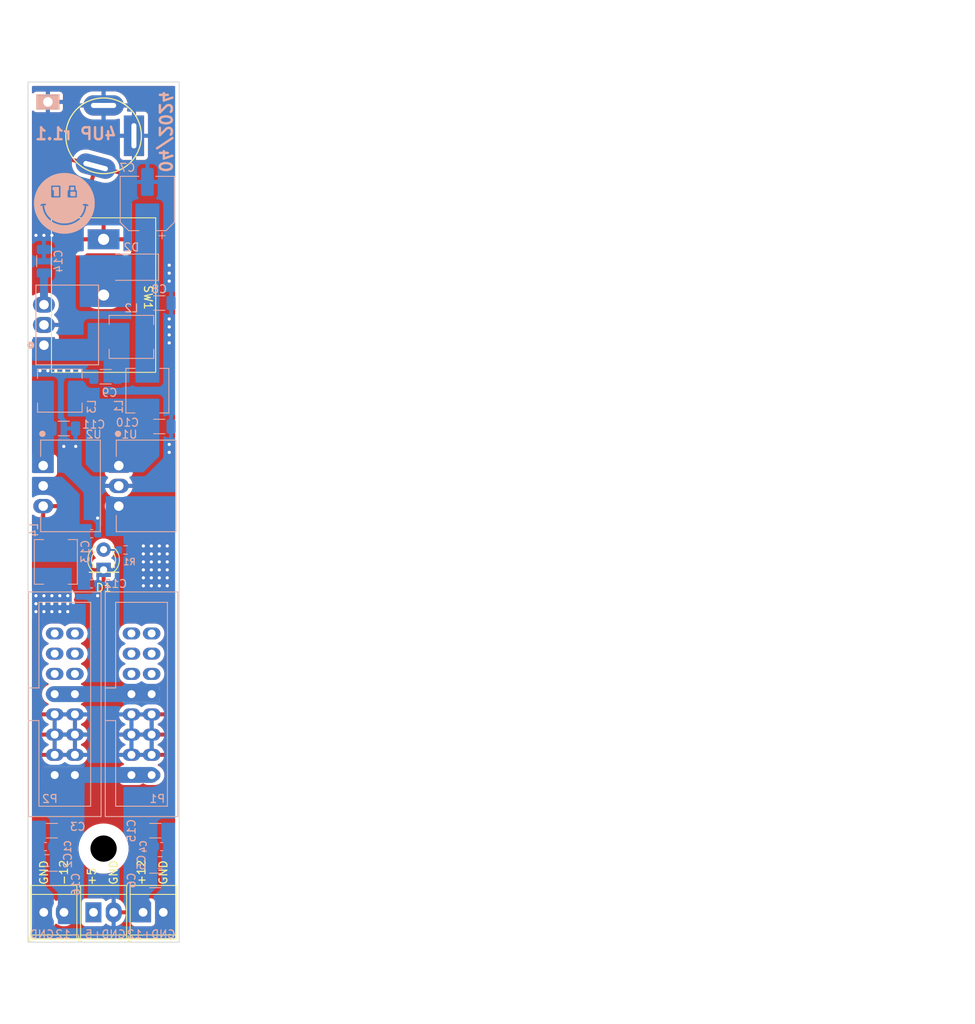
<source format=kicad_pcb>
(kicad_pcb (version 20211014) (generator pcbnew)
  (layers (0 "F.Cu" signal) (1 "In1.Cu" signal) (2 "In2.Cu" signal) (31 "B.Cu" signal) (34 "B.Paste" user) (35 "F.Paste" user) (36 "B.SilkS" user "B.Silkscreen") (37 "F.SilkS" user "F.Silkscreen") (38 "B.Mask" user) (39 "F.Mask" user) (44 "Edge.Cuts" user))
  (net 0 "")
  (net 1 "Net-(C9-Pad1)")
  (net 2 "Net-(C10-Pad1)")
  (net 3 "Net-(C11-Pad2)")
  (net 4 "Net-(C12-Pad2)")
  (net 5 "GND")
  (net 6 "+5V")
  (net 7 "Net-(D1-Pad2)")
  (net 8 "-12V")
  (net 9 "Net-(CON1-Pad1)")
  (net 10 "Net-(D2-Pad2)")
  (net 11 "+12V")
  (net 14 "Net-(C7-Pad1)")
  (footprint "LED_THT:LED_D3.0mm" (layer "F.Cu") (at 41 101.5 90)
    (fp_text reference "D1")
    (fp_text value "LED")
  )
  (footprint "MyFootprints:RA13_SW" (layer "F.Cu") (at 41 67 -90)
    (fp_text reference "SW1")
    (fp_text value "SW_SPST")
  )
  (footprint "MyFootprints:TerminalBlock_TE_282834-2_1x02_P2.54mm_Horizontal" (layer "F.Cu") (at 45.96 144.5)
    (fp_text reference "J1" hide)
    (fp_text value "Conn_01x02_Male")
  )
  (footprint "MyFootprints:TerminalBlock_TE_282834-2_1x02_P2.54mm_Horizontal" (layer "F.Cu") (at 39.73 144.5)
    (fp_text reference "J3" hide)
    (fp_text value "Conn_01x02_Male")
  )
  (footprint "MyFootprints:712A-DC-JACK" (layer "F.Cu") (at 41 47 -90)
    (fp_text reference "CON1" hide)
    (fp_text value "BARREL_JACK")
  )
  (footprint "MyFootprints:TerminalBlock_TE_282834-2_1x02_P2.54mm_Horizontal" (layer "F.Cu") (at 33.48 144.5)
    (fp_text reference "J2" hide)
    (fp_text value "Conn_01x02_Male")
  )
  (footprint "MyFootprints:HOLE" (layer "F.Cu") (at 41 136.5)
    (fp_text reference "REF**" hide)
    (fp_text value "HOLE" hide)
  )
  (footprint "MyFootprints:L_Sunlord_MWSA0518_5.4x5.2mm" (layer "B.Cu") (at 44.5 72.25 180)
    (fp_text reference "L2")
    (fp_text value "10µH")
  )
  (footprint "MyFootprints:CUI_VXO780XX-500" (layer "B.Cu") (at 38.58775 70.75 -90)
    (fp_text reference "U3" hide)
    (fp_text value "VX078-500" hide)
  )
  (footprint "Capacitor_SMD:CP_Elec_6.3x7.7" (layer "B.Cu") (at 46.5 55.5 90)
    (fp_text reference "C7")
    (fp_text value "220µ")
  )
  (footprint "Capacitor_SMD:C_0805_2012Metric" (layer "B.Cu") (at 33.9 138)
    (fp_text reference "C2")
    (fp_text value "4.7µ")
  )
  (footprint "MyFootprints:VXO78012-1000" (layer "B.Cu") (at 42.912 88.4175 -90)
    (fp_text reference "U1")
    (fp_text value "VX078012-1000" hide)
  )
  (footprint "MyModules:TEST_POINT_LOOP_4592" (layer "B.Cu") (at 34 42.75 180)
    (fp_text reference "TP1" hide)
    (fp_text value "CONN_1" hide)
  )
  (footprint "Capacitor_SMD:C_1206_3216Metric" (layer "B.Cu") (at 47.5 140.5)
    (fp_text reference "C6")
    (fp_text value "22µ")
  )
  (footprint "Capacitor_SMD:C_1206_3216Metric" (layer "B.Cu") (at 36 83.75 180)
    (fp_text reference "C11")
    (fp_text value "10µ")
  )
  (footprint "Connector_IDC:IDC-Header_2x08_P2.54mm_Vertical" (layer "B.Cu") (at 44.5 127.265)
    (fp_text reference "P1")
    (fp_text value "CONN_02X08")
  )
  (footprint "Diode_SMD:D_SMA" (layer "B.Cu") (at 44.5 63.5 180)
    (fp_text reference "D2")
    (fp_text value "SS54")
  )
  (footprint "Capacitor_SMD:C_1206_3216Metric" (layer "B.Cu") (at 34.5 140.25)
    (fp_text reference "C16")
    (fp_text value "22µ")
  )
  (footprint "Capacitor_SMD:C_0805_2012Metric" (layer "B.Cu") (at 48.1 138.25)
    (fp_text reference "C5")
    (fp_text value "4.7µ")
  )
  (footprint "Capacitor_SMD:C_1206_3216Metric" (layer "B.Cu") (at 41.25 77.25 180)
    (fp_text reference "C9")
    (fp_text value "10µ")
  )
  (footprint "MyFootprints:L_Sunlord_MWSA0518_5.4x5.2mm" (layer "B.Cu") (at 46.5 79 -90)
    (fp_text reference "L1")
    (fp_text value "10µH")
  )
  (footprint "Capacitor_SMD:C_1206_3216Metric" (layer "B.Cu") (at 34.5 134.25)
    (fp_text reference "C3")
    (fp_text value "22µ")
  )
  (footprint "Capacitor_SMD:C_0603_1608Metric" (layer "B.Cu") (at 48.3 136.25)
    (fp_text reference "C4")
    (fp_text value "1µ")
  )
  (footprint "MyFootprints:L_Sunlord_MWSA0518_5.4x5.2mm" (layer "B.Cu") (at 35 100.5 -90)
    (fp_text reference "L4")
    (fp_text value "10µH")
  )
  (footprint "Resistor_SMD:R_0603_1608Metric" (layer "B.Cu") (at 43.75 99)
    (fp_text reference "R1")
    (fp_text value "3.3K")
  )
  (footprint "MyFootprints:L_Sunlord_MWSA0518_5.4x5.2mm" (layer "B.Cu") (at 35.5 79 180)
    (fp_text reference "L3")
    (fp_text value "10µH")
  )
  (footprint "Capacitor_SMD:C_1206_3216Metric" (layer "B.Cu") (at 33.5 62.75 90)
    (fp_text reference "C14")
    (fp_text value "22µ")
  )
  (footprint "Capacitor_SMD:C_0603_1608Metric" (layer "B.Cu") (at 39.5 96.9575 180)
    (fp_text reference "C13")
    (fp_text value "10µ")
  )
  (footprint "Capacitor_SMD:C_0603_1608Metric" (layer "B.Cu") (at 33.7 136.25)
    (fp_text reference "C1")
    (fp_text value "1µ")
  )
  (footprint "Capacitor_SMD:C_1206_3216Metric" (layer "B.Cu") (at 48 83.5)
    (fp_text reference "C10")
    (fp_text value "10µ")
  )
  (footprint "Capacitor_SMD:C_0603_1608Metric" (layer "B.Cu") (at 39.5 103.25 180)
    (fp_text reference "C12")
    (fp_text value "10µ")
  )
  (footprint "Connector_IDC:IDC-Header_2x08_P2.54mm_Vertical" (layer "B.Cu") (at 34.855 127.265)
    (fp_text reference "P2")
    (fp_text value "CONN_02X08")
  )
  (footprint "Capacitor_SMD:C_1206_3216Metric" (layer "B.Cu") (at 48 68)
    (fp_text reference "C8")
    (fp_text value "4.7µ")
  )
  (footprint "MyFootprints:VXO78012-1000" (layer "B.Cu") (at 33.412 88.4175 -90)
    (fp_text reference "U2")
    (fp_text value "VX078012-1000" hide)
  )
  (footprint "Capacitor_SMD:C_1206_3216Metric" (layer "B.Cu") (at 47.5 134.25)
    (fp_text reference "C15")
    (fp_text value "22µ")
  )
  (gr_poly (pts (xy 34.744921 53.421323) (xy 34.720916 53.42245) (xy 34.699453 53.42449) (xy 34.689634 53.425893) (xy 34.6804 53.427573) (xy 34.671737 53.429547) (xy 34.663627 53.431831) (xy 34.656054 53.434442) (xy 34.649001 53.437395) (xy 34.642453 53.440708) (xy 34.636392 53.444397) (xy 34.630803 53.448478) (xy 34.625668 53.452968) (xy 34.620972 53.457883) (xy 34.616698 53.463239) (xy 34.612829 53.469053) (xy 34.60935 53.475342) (xy 34.606243 53.482121) (xy 34.603493 53.489408) (xy 34.601082 53.497218) (xy 34.598995 53.505568) (xy 34.597215 53.514475) (xy 34.595726 53.523955) (xy 34.593553 53.544698) (xy 34.592346 53.56793) (xy 34.591973 53.593782) (xy 34.591973 53.603084) (xy 34.594245 53.688247) (xy 34.594392 53.703849) (xy 34.594875 53.717948) (xy 34.595757 53.73066) (xy 34.596368 53.736531) (xy 34.597103 53.742099) (xy 34.597969 53.747377) (xy 34.598975 53.75238) (xy 34.600129 53.757121) (xy 34.601439 53.761616) (xy 34.602912 53.765879) (xy 34.604557 53.769924) (xy 34.606381 53.773765) (xy 34.608393 53.777416) (xy 34.610601 53.780893) (xy 34.613011 53.784209) (xy 34.615634 53.787379) (xy 34.618475 53.790416) (xy 34.621544 53.793336) (xy 34.624849 53.796152) (xy 34.628396 53.79888) (xy 34.632195 53.801532) (xy 34.636253 53.804124) (xy 34.640579 53.80667) (xy 34.650063 53.811681) (xy 34.660711 53.816679) (xy 34.672587 53.821779) (xy 34.686449 53.82767) (xy 34.698784 53.833353) (xy 34.709679 53.839002) (xy 34.719222 53.844787) (xy 34.727499 53.850881) (xy 34.731191 53.854098) (xy 34.734599 53.857456) (xy 34.737735 53.860978) (xy 34.740608 53.864685) (xy 34.743231 53.868598) (xy 34.745614 53.872739) (xy 34.747769 53.87713) (xy 34.749705 53.881791) (xy 34.751433 53.886745) (xy 34.752966 53.892013) (xy 34.755486 53.903577) (xy 34.757352 53.916656) (xy 34.758652 53.931421) (xy 34.759472 53.948044) (xy 34.7599 53.966699) (xy 34.760023 53.987557) (xy 34.762297 54.065898) (xy 34.762297 54.379057) (xy 34.76248 54.410401) (xy 34.763225 54.438087) (xy 34.764821 54.46234) (xy 34.767556 54.483386) (xy 34.769443 54.492777) (xy 34.771723 54.501451) (xy 34.774433 54.509436) (xy 34.777609 54.516761) (xy 34.781288 54.523453) (xy 34.785505 54.529541) (xy 34.790298 54.535054) (xy 34.795701 54.540018) (xy 34.801752 54.544463) (xy 34.808487 54.548417) (xy 34.815941 54.551907) (xy 34.824152 54.554963) (xy 34.833155 54.557612) (xy 34.842986 54.559883) (xy 34.86528 54.563402) (xy 34.891322 54.565746) (xy 34.921403 54.567141) (xy 34.955813 54.567813) (xy 34.994841 54.567986) (xy 35.236686 54.567986) (xy 35.262766 54.567726) (xy 35.285844 54.566778) (xy 35.3061 54.564889) (xy 35.323718 54.561808) (xy 35.331595 54.559741) (xy 35.33888 54.557281) (xy 35.345597 54.554397) (xy 35.351768 54.551058) (xy 35.357416 54.54723) (xy 35.362563 54.542884) (xy 35.367234 54.537988) (xy 35.371449 54.53251) (xy 35.375233 54.526418) (xy 35.378607 54.519682) (xy 35.381595 54.512268) (xy 35.38422 54.504147) (xy 35.386504 54.495286) (xy 35.388469 54.485654) (xy 35.391538 54.463951) (xy 35.393607 54.438786) (xy 35.394859 54.409905) (xy 35.395477 54.377057) (xy 35.395643 54.33999) (xy 35.395643 53.63533) (xy 35.395467 53.599881) (xy 35.394778 53.568554) (xy 35.393333 53.541095) (xy 35.39089 53.517251) (xy 35.389218 53.506606) (xy 35.387205 53.496769) (xy 35.384821 53.48771) (xy 35.382036 53.479396) (xy 35.37882 53.471797) (xy 35.375141 53.464879) (xy 35.37097 53.458613) (xy 35.366277 53.452965) (xy 35.36103 53.447905) (xy 35.3552 53.443401) (xy 35.348756 53.43942) (xy 35.341669 53.435933) (xy 35.333907 53.432906) (xy 35.32544 53.430308) (xy 35.316239 53.428108) (xy 35.306272 53.426274) (xy 35.283921 53.423576) (xy 35.258145 53.421963) (xy 35.2287 53.421181) (xy 35.195345 53.420976) (xy 34.7716 53.420976)) (layer "B.SilkS") (width 0.02) (fill solid))
  (gr_poly (pts (xy 33.295164 55.757754) (xy 33.292969 55.758625) (xy 33.290396 55.759727) (xy 33.288809 55.760479) (xy 33.288727 55.760544) (xy 33.288814 55.760542) (xy 33.289578 55.7603) (xy 33.292873 55.75906) (xy 33.292946 55.759026) (xy 33.295612 55.757694) (xy 33.295738 55.757601) (xy 33.295691 55.757586)) (layer "B.SilkS") (width 0.02) (fill solid))
  (gr_poly (pts (xy 35.877155 51.675756) (xy 35.683661 51.690469) (xy 35.49298 51.714697) (xy 35.305354 51.748201) (xy 35.121019 51.790743) (xy 34.940217 51.842082) (xy 34.763187 51.90198) (xy 34.590167 51.970197) (xy 34.421397 52.046493) (xy 34.257117 52.130629) (xy 34.097566 52.222367) (xy 33.942982 52.321466) (xy 33.793606 52.427688) (xy 33.649678 52.540792) (xy 33.511435 52.66054) (xy 33.379118 52.786692) (xy 33.252966 52.91901) (xy 33.133218 53.057252) (xy 33.020113 53.201181) (xy 32.913892 53.350557) (xy 32.814792 53.50514) (xy 32.723055 53.664692) (xy 32.638918 53.828972) (xy 32.562622 53.997742) (xy 32.494405 54.170761) (xy 32.434508 54.347792) (xy 32.383168 54.528594) (xy 32.340627 54.712928) (xy 32.307122 54.900555) (xy 32.282894 55.091235) (xy 32.268182 55.28473) (xy 32.263224 55.480799) (xy 32.268182 55.676868) (xy 32.282894 55.870362) (xy 32.307122 56.061043) (xy 32.340627 56.248669) (xy 32.383168 56.433004) (xy 32.434508 56.613806) (xy 32.494405 56.790836) (xy 32.562622 56.963856) (xy 32.638918 57.132626) (xy 32.723055 57.296906) (xy 32.814792 57.456457) (xy 32.913892 57.611041) (xy 33.020113 57.760417) (xy 33.133218 57.904345) (xy 33.252966 58.042588) (xy 33.379118 58.174905) (xy 33.511435 58.301057) (xy 33.649678 58.420805) (xy 33.793606 58.53391) (xy 33.942982 58.640131) (xy 34.097566 58.739231) (xy 34.257117 58.830968) (xy 34.421397 58.915105) (xy 34.590167 58.991401) (xy 34.763187 59.059618) (xy 34.940217 59.119515) (xy 35.121019 59.170855) (xy 35.305354 59.213396) (xy 35.49298 59.246901) (xy 35.683661 59.271129) (xy 35.877155 59.285841) (xy 36.073224 59.290799) (xy 36.269293 59.285841) (xy 36.462788 59.271129) (xy 36.653468 59.246901) (xy 36.841095 59.213396) (xy 37.025429 59.170855) (xy 37.206231 59.119515) (xy 37.383262 59.059618) (xy 37.556281 58.991401) (xy 37.725051 58.915105) (xy 37.889331 58.830968) (xy 38.048883 58.739231) (xy 38.203466 58.640131) (xy 38.352842 58.53391) (xy 38.496771 58.420805) (xy 38.635013 58.301057) (xy 38.767331 58.174905) (xy 38.893483 58.042588) (xy 39.013231 57.904345) (xy 39.126335 57.760417) (xy 39.232557 57.611041) (xy 39.331656 57.456457) (xy 39.423394 57.296906) (xy 39.50753 57.132626) (xy 39.583826 56.963856) (xy 39.652043 56.790836) (xy 39.711941 56.613806) (xy 39.76328 56.433004) (xy 39.805822 56.248669) (xy 39.839326 56.061043) (xy 39.863554 55.870362) (xy 39.873467 55.739986) (xy 39.10628 55.739986) (xy 39.106201 55.745142) (xy 39.105886 55.750299) (xy 39.10534 55.755445) (xy 39.104566 55.760564) (xy 39.103568 55.765643) (xy 39.102351 55.770667) (xy 39.100919 55.775624) (xy 39.099275 55.780498) (xy 39.097423 55.785276) (xy 39.095368 55.789943) (xy 39.093114 55.794486) (xy 39.090664 55.798891) (xy 39.088023 55.803143) (xy 39.085194 55.807229) (xy 39.082182 55.811134) (xy 39.078991 55.814845) (xy 39.075625 55.818347) (xy 39.071531 55.822193) (xy 39.06735 55.825748) (xy 39.063086 55.829016) (xy 39.058747 55.832001) (xy 39.054338 55.834706) (xy 39.049864 55.837137) (xy 39.045331 55.839297) (xy 39.040745 55.84119) (xy 39.036112 55.842821) (xy 39.031437 55.844194) (xy 39.026726 55.845313) (xy 39.021985 55.846182) (xy 39.01722 55.846805) (xy 39.012437 55.847187) (xy 39.00764 55.847332) (xy 39.002836 55.847244) (xy 38.998031 55.846926) (xy 38.99323 55.846384) (xy 38.988439 55.845621) (xy 38.983664 55.844641) (xy 38.978911 55.84345) (xy 38.974185 55.84205) (xy 38.964838 55.838642) (xy 38.955669 55.834452) (xy 38.946724 55.829513) (xy 38.938049 55.823858) (xy 38.92969 55.817521) (xy 38.941501 55.82722) (xy 38.94678 55.831752) (xy 38.947383 55.832416) (xy 38.946851 55.83219) (xy 38.943038 55.829604) (xy 38.929057 55.819658) (xy 38.921536 55.814441) (xy 38.915428 55.810493) (xy 38.910527 55.807671) (xy 38.905588 55.804917) (xy 38.900609 55.802227) (xy 38.895591 55.799598) (xy 38.890534 55.797026) (xy 38.885437 55.794508) (xy 38.880299 55.792039) (xy 38.87512 55.789616) (xy 38.873853 55.789002) (xy 38.872866 55.788518) (xy 38.872102 55.788135) (xy 38.871503 55.787829) (xy 38.869591 55.786825) (xy 38.869349 55.786737) (xy 38.869204 55.78669) (xy 38.869115 55.786667) (xy 38.869042 55.786651) (xy 38.868943 55.786624) (xy 38.868779 55.786569) (xy 38.868509 55.78647) (xy 38.868092 55.78631) (xy 38.860656 55.783447) (xy 38.853185 55.780717) (xy 38.845675 55.778096) (xy 38.83812 55.775561) (xy 38.837928 55.775499) (xy 38.837734 55.775445) (xy 38.83754 55.775395) (xy 38.837345 55.775348) (xy 38.836955 55.775255) (xy 38.836762 55.775204) (xy 38.83657 55.775148) (xy 38.826459 55.907238) (xy 38.809117 56.038) (xy 38.784711 56.167186) (xy 38.753414 56.294554) (xy 38.715396 56.419856) (xy 38.670828 56.54285) (xy 38.619879 56.663289) (xy 38.56272 56.780929) (xy 38.499522 56.895525) (xy 38.430456 57.006832) (xy 38.355691 57.114605) (xy 38.275399 57.218598) (xy 38.18975 57.318568) (xy 38.098914 57.414269) (xy 38.003062 57.505455) (xy 37.902365 57.591883) (xy 37.785662 57.68178) (xy 37.664671 57.7651) (xy 37.539722 57.841787) (xy 37.411144 57.911782) (xy 37.279268 57.97503) (xy 37.144424 58.031473) (xy 37.00694 58.081055) (xy 36.867149 58.123717) (xy 36.725378 58.159404) (xy 36.581959 58.188058) (xy 36.43722 58.209623) (xy 36.291492 58.224041) (xy 36.145106 58.231255) (xy 35.99839 58.231209) (xy 35.851674 58.223845) (xy 35.70529 58.209106) (xy 35.562395 58.187507) (xy 35.421172 58.159066) (xy 35.281898 58.123875) (xy 35.144849 58.082026) (xy 35.0103 58.033612) (xy 34.878527 57.978725) (xy 34.749807 57.917456) (xy 34.624416 57.8499) (xy 34.502629 57.776147) (xy 34.384724 57.69629) (xy 34.270975 57.610422) (xy 34.161659 57.518634) (xy 34.057052 57.421019) (xy 33.95743 57.31767) (xy 33.863069 57.208678) (xy 33.774245 57.094136) (xy 33.72232 57.020385) (xy 33.67329 56.944771) (xy 33.627186 56.867407) (xy 33.584042 56.788403) (xy 33.543889 56.707873) (xy 33.50676 56.625928) (xy 33.472687 56.54268) (xy 33.441703 56.45824) (xy 33.41384 56.372722) (xy 33.38913 56.286237) (xy 33.367606 56.198896) (xy 33.349299 56.110813) (xy 33.334243 56.022098) (xy 33.322469 55.932865) (xy 33.31401 55.843224) (xy 33.308898 55.753287) (xy 33.301478 55.755934) (xy 33.297768 55.757257) (xy 33.294068 55.75861) (xy 33.292873 55.75906) (xy 33.285799 55.762331) (xy 33.28062 55.76476) (xy 33.275482 55.767247) (xy 33.270383 55.769792) (xy 33.265322 55.772396) (xy 33.260298 55.77506) (xy 33.25531 55.777784) (xy 33.250358 55.780568) (xy 33.24544 55.783415) (xy 33.242551 55.785162) (xy 33.239242 55.787307) (xy 33.231952 55.792302) (xy 33.218807 55.801701) (xy 33.215307 55.804157) (xy 33.214841 55.804398) (xy 33.215426 55.803818) (xy 33.220341 55.799709) (xy 33.231229 55.790856) (xy 33.22287 55.797144) (xy 33.214178 55.802732) (xy 33.205201 55.807589) (xy 33.195989 55.811683) (xy 33.186592 55.814983) (xy 33.18184 55.816326) (xy 33.177059 55.817459) (xy 33.172257 55.818378) (xy 33.167439 55.819079) (xy 33.162612 55.819559) (xy 33.157781 55.819812) (xy 33.152954 55.819837) (xy 33.148135 55.819628) (xy 33.143332 55.819182) (xy 33.138551 55.818495) (xy 33.133797 55.817563) (xy 33.129076 55.816382) (xy 33.124396 55.814948) (xy 33.119762 55.813258) (xy 33.11518 55.811307) (xy 33.110656 55.809092) (xy 33.106197 55.806608) (xy 33.101809 55.803852) (xy 33.097498 55.800821) (xy 33.09327 55.797509) (xy 33.089131 55.793914) (xy 33.085088 55.79003) (xy 33.081749 55.786458) (xy 33.078592 55.782687) (xy 33.07562 55.778729) (xy 33.072836 55.774598) (xy 33.070245 55.770309) (xy 33.067849 55.765875) (xy 33.065652 55.761309) (xy 33.063658 55.756624) (xy 33.061871 55.751835) (xy 33.060294 55.746955) (xy 33.05893 55.741998) (xy 33.057783 55.736977) (xy 33.056856 55.731906) (xy 33.056154 55.726798) (xy 33.05568 55.721668) (xy 33.055437 55.716528) (xy 33.055429 55.711392) (xy 33.055659 55.706273) (xy 33.056131 55.701187) (xy 33.056849 55.696145) (xy 33.057816 55.691162) (xy 33.059035 55.68625) (xy 33.060511 55.681425) (xy 33.062247 55.676699) (xy 33.064246 55.672086) (xy 33.066512 55.667599) (xy 33.069049 55.663252) (xy 33.071859 55.65906) (xy 33.074947 55.655034) (xy 33.078317 55.651189) (xy 33.081971 55.647539) (xy 33.085913 55.644097) (xy 33.106411 55.628299) (xy 33.127568 55.613646) (xy 33.149342 55.600113) (xy 33.171691 55.587676) (xy 33.194573 55.57631) (xy 33.217945 55.565991) (xy 33.241766 55.556695) (xy 33.265992 55.548397) (xy 33.290582 55.541074) (xy 33.315494 55.534701) (xy 33.340685 55.529255) (xy 33.366114 55.524709) (xy 33.391737 55.521042) (xy 33.417512 55.518227) (xy 33.443398 55.516241) (xy 33.469352 55.51506) (xy 33.469353 55.51506) (xy 33.469353 55.515059) (xy 33.469354 55.515059) (xy 33.50053 55.51467) (xy 33.531673 55.515363) (xy 33.562707 55.517097) (xy 33.59356 55.51983) (xy 33.624158 55.523521) (xy 33.654426 55.528126) (xy 33.684291 55.533605) (xy 33.71368 55.539915) (xy 33.725314 55.543231) (xy 33.735892 55.547464) (xy 33.745433 55.552541) (xy 33.753957 55.55839) (xy 33.761483 55.564937) (xy 33.768032 55.57211) (xy 33.773624 55.579836) (xy 33.778278 55.588041) (xy 33.782014 55.596654) (xy 33.784851 55.605601) (xy 33.786811 55.614808) (xy 33.787912 55.624204) (xy 33.788174 55.633716) (xy 33.787617 55.643269) (xy 33.786261 55.652793) (xy 33.784126 55.662213) (xy 33.781231 55.671457) (xy 33.777597 55.680451) (xy 33.773243 55.689124) (xy 33.768189 55.697401) (xy 33.762454 55.705211) (xy 33.756059 55.71248) (xy 33.749024 55.719135) (xy 33.741367 55.725103) (xy 33.73311 55.730312) (xy 33.724271 55.734689) (xy 33.714871 55.73816) (xy 33.704929 55.740654) (xy 33.694466 55.742096) (xy 33.683501 55.742414) (xy 33.672053 55.741535) (xy 33.660143 55.739386) (xy 33.644524 55.735977) (xy 33.62908 55.733002) (xy 33.613797 55.73043) (xy 33.598656 55.728232) (xy 33.583645 55.726374) (xy 33.568745 55.724827) (xy 33.553942 55.723559) (xy 33.53922 55.72254) (xy 33.540069 55.750054) (xy 33.541228 55.777552) (xy 33.542703 55.805034) (xy 33.544496 55.832498) (xy 33.546611 55.859944) (xy 33.549053 55.887371) (xy 33.551824 55.914778) (xy 33.55493 55.942164) (xy 33.556937 55.958391) (xy 33.559064 55.974617) (xy 33.558064 55.966462) (xy 33.55889 55.97181) (xy 33.560371 55.98192) (xy 33.561337 55.988053) (xy 33.563904 56.004163) (xy 33.566596 56.020255) (xy 33.569397 56.036319) (xy 33.572292 56.052339) (xy 33.578845 56.086869) (xy 33.586 56.121306) (xy 33.59369 56.155625) (xy 33.601851 56.189798) (xy 33.610167 56.222283) (xy 33.618994 56.254612) (xy 33.628315 56.286789) (xy 33.638118 56.318816) (xy 33.648387 56.350698) (xy 33.659107 56.382435) (xy 33.670265 56.414033) (xy 33.681846 56.445493) (xy 33.68752 56.460495) (xy 33.693366 56.475417) (xy 33.705204 56.505024) (xy 33.705883 56.506685) (xy 33.706233 56.507553) (xy 33.706482 56.508177) (xy 33.706858 56.509107) (xy 33.707865 56.511389) (xy 33.710372 56.51722) (xy 33.723394 56.546366) (xy 33.737637 56.577882) (xy 33.752458 56.609164) (xy 33.767784 56.640208) (xy 33.783545 56.67101) (xy 33.799061 56.700484) (xy 33.815034 56.729697) (xy 33.831445 56.758656) (xy 33.848273 56.787366) (xy 33.865498 56.815832) (xy 33.8831 56.844062) (xy 33.901058 56.87206) (xy 33.919351 56.899833) (xy 33.937368 56.926353) (xy 33.95576 56.952582) (xy 33.9745 56.978533) (xy 33.993558 57.004219) (xy 33.996355 57.007982) (xy 33.998132 57.010379) (xy 33.999146 57.011764) (xy 33.999448 57.012186) (xy 33.999656 57.012488) (xy 34.001413 57.01476) (xy 34.021257 57.039772) (xy 34.032989 57.054418) (xy 34.044893 57.068928) (xy 34.056917 57.08333) (xy 34.069006 57.097649) (xy 34.090828 57.123134) (xy 34.113023 57.148282) (xy 34.135577 57.173105) (xy 34.158474 57.197615) (xy 34.181698 57.221826) (xy 34.205234 57.245748) (xy 34.229067 57.269395) (xy 34.253181 57.29278) (xy 34.276869 57.314962) (xy 34.300784 57.336823) (xy 34.324927 57.358366) (xy 34.349299 57.379596) (xy 34.361696 57.390208) (xy 34.374127 57.400715) (xy 34.399115 57.421557) (xy 34.411828 57.431765) (xy 34.418186 57.436818) (xy 34.42454 57.441814) (xy 34.4277 57.444385) (xy 34.430893 57.446957) (xy 34.437304 57.452097) (xy 34.439484 57.4537) (xy 34.441222 57.454995) (xy 34.443763 57.456904) (xy 34.498896 57.498) (xy 34.555117 57.53759) (xy 34.61237 57.575676) (xy 34.670599 57.612259) (xy 34.729748 57.647342) (xy 34.789762 57.680926) (xy 34.850584 57.713013) (xy 34.912158 57.743604) (xy 34.940915 57.75718) (xy 34.96987 57.770343) (xy 34.998973 57.783185) (xy 35.028172 57.795797) (xy 35.047344 57.803549) (xy 35.055245 57.806737) (xy 35.063134 57.80983) (xy 35.078764 57.815951) (xy 35.097257 57.823015) (xy 35.115808 57.829935) (xy 35.152971 57.843443) (xy 35.186619 57.855218) (xy 35.220409 57.866505) (xy 35.25434 57.87732) (xy 35.288409 57.887682) (xy 35.322614 57.897607) (xy 35.356954 57.907113) (xy 35.391427 57.916217) (xy 35.426029 57.924936) (xy 35.498994 57.941906) (xy 35.569263 57.956375) (xy 35.637797 57.968512) (xy 35.705557 57.978486) (xy 35.773503 57.986465) (xy 35.842596 57.992619) (xy 35.913795 57.997116) (xy 35.988062 58.000126) (xy 36.025577 58.001026) (xy 36.063108 58.001396) (xy 36.100647 58.001251) (xy 36.138184 58.000604) (xy 36.175711 57.999472) (xy 36.21322 57.997868) (xy 36.250701 57.995807) (xy 36.288147 57.993305) (xy 36.323512 57.990538) (xy 36.358862 57.987233) (xy 36.394162 57.983502) (xy 36.429378 57.979455) (xy 36.445831 57.977251) (xy 36.452654 57.976394) (xy 36.446328 57.977389) (xy 36.481055 57.972221) (xy 36.501209 57.969048) (xy 36.521339 57.965717) (xy 36.541428 57.962228) (xy 36.561463 57.958579) (xy 36.63151 57.944942) (xy 36.701169 57.929455) (xy 36.770402 57.912153) (xy 36.83917 57.89307) (xy 36.907435 57.872241) (xy 36.975157 57.8497) (xy 37.042298 57.825482) (xy 37.10882 57.799622) (xy 37.111609 57.798413) (xy 37.117554 57.795947) (xy 37.128354 57.79156) (xy 37.153882 57.780398) (xy 37.169199 57.773652) (xy 37.18445 57.766767) (xy 37.21486 57.7527) (xy 37.247451 57.737119) (xy 37.279832 57.7211) (xy 37.312026 57.704655) (xy 37.344051 57.687794) (xy 37.374246 57.671459) (xy 37.404226 57.654689) (xy 37.433991 57.6375) (xy 37.463536 57.619906) (xy 37.492861 57.601923) (xy 37.521962 57.583566) (xy 37.550839 57.564849) (xy 37.579489 57.545788) (xy 37.606491 57.527272) (xy 37.633275 57.508369) (xy 37.659832 57.489158) (xy 37.686149 57.46972) (xy 37.688553 57.467924) (xy 37.689946 57.466886) (xy 37.69085 57.466218) (xy 37.691782 57.465534) (xy 37.693575 57.464134) (xy 37.697311 57.461245) (xy 37.70369 57.456249) (xy 37.710067 57.451196) (xy 37.722943 57.440988) (xy 37.737664 57.429124) (xy 37.75235 57.417125) (xy 37.766957 57.405017) (xy 37.78144 57.392825) (xy 37.807092 57.370934) (xy 37.832416 57.348684) (xy 37.857419 57.326086) (xy 37.882106 57.303151) (xy 37.906483 57.279888) (xy 37.930556 57.256308) (xy 37.95433 57.232421) (xy 37.977811 57.208237) (xy 37.999961 57.184828) (xy 38.021751 57.161127) (xy 38.043223 57.137159) (xy 38.06442 57.112946) (xy 38.074928 57.100804) (xy 38.085329 57.08859) (xy 38.095611 57.076307) (xy 38.105762 57.063957) (xy 38.110876 57.057757) (xy 38.115969 57.051531) (xy 38.121023 57.045264) (xy 38.126019 57.038945) (xy 38.129395 57.034766) (xy 38.132713 57.030574) (xy 38.137514 57.024423) (xy 38.140488 57.020548) (xy 38.160603 56.993965) (xy 38.180312 56.967087) (xy 38.199621 56.93993) (xy 38.218534 56.912508) (xy 38.237058 56.884835) (xy 38.255199 56.856926) (xy 38.27296 56.828796) (xy 38.29035 56.800459) (xy 38.309385 56.768358) (xy 38.327879 56.735962) (xy 38.345837 56.703281) (xy 38.363266 56.670328) (xy 38.380172 56.637115) (xy 38.39656 56.603653) (xy 38.412437 56.569954) (xy 38.427809 56.53603) (xy 38.434296 56.521354) (xy 38.440625 56.506678) (xy 38.440713 56.506467) (xy 38.440772 56.506319) (xy 38.440813 56.506216) (xy 38.440843 56.506135) (xy 38.440907 56.505964) (xy 38.44096 56.505832) (xy 38.441038 56.505644) (xy 38.445089 56.495825) (xy 38.447103 56.490935) (xy 38.4491 56.486007) (xy 38.455972 56.468614) (xy 38.462646 56.451129) (xy 38.469162 56.433565) (xy 38.475558 56.415933) (xy 38.482358 56.397063) (xy 38.488955 56.37812) (xy 38.501589 56.340032) (xy 38.513558 56.301706) (xy 38.524961 56.263178) (xy 38.535084 56.226661) (xy 38.544547 56.189982) (xy 38.553364 56.153155) (xy 38.561548 56.116189) (xy 38.569111 56.079097) (xy 38.576067 56.041889) (xy 38.58243 56.004578) (xy 38.588213 55.967175) (xy 38.58855 55.964942) (xy 38.589149 55.960685) (xy 38.590538 55.950536) (xy 38.592964 55.93083) (xy 38.595241 55.911158) (xy 38.597185 55.892039) (xy 38.598969 55.872873) (xy 38.600594 55.853678) (xy 38.602062 55.83447) (xy 38.603511 55.813427) (xy 38.604735 55.792371) (xy 38.605746 55.771307) (xy 38.606558 55.750237) (xy 38.593423 55.75149) (xy 38.580308 55.752963) (xy 38.567213 55.754661) (xy 38.554137 55.756588) (xy 38.541079 55.758749) (xy 38.52804 55.761147) (xy 38.51502 55.763786) (xy 38.502016 55.76667) (xy 38.496877 55.767734) (xy 38.491733 55.768555) (xy 38.486593 55.769137) (xy 38.481465 55.769483) (xy 38.476357 55.769594) (xy 38.471276 55.769474) (xy 38.466232 55.769126) (xy 38.46123 55.768552) (xy 38.456281 55.767756) (xy 38.451391 55.766739) (xy 38.446569 55.765506) (xy 38.441823 55.764057) (xy 38.43716 55.762397) (xy 38.432589 55.760528) (xy 38.428118 55.758453) (xy 38.423754 55.756175) (xy 38.419506 55.753696) (xy 38.415382 55.751019) (xy 38.411389 55.748147) (xy 38.407536 55.745083) (xy 38.40383 55.741829) (xy 38.400281 55.738388) (xy 38.396894 55.734764) (xy 38.39368 55.730958) (xy 38.390645 55.726974) (xy 38.387797 55.722814) (xy 38.385145 55.718482) (xy 38.382697 55.713979) (xy 38.38046 55.709309) (xy 38.378443 55.704475) (xy 38.376653 55.699479) (xy 38.375099 55.694323) (xy 38.37388 55.689377) (xy 38.372929 55.684388) (xy 38.372242 55.679367) (xy 38.371814 55.674324) (xy 38.37164 55.66927) (xy 38.371718 55.664216) (xy 38.372041 55.659173) (xy 38.372607 55.65415) (xy 38.37341 55.649159) (xy 38.374446 55.644211) (xy 38.375711 55.639315) (xy 38.377201 55.634484) (xy 38.37891 55.629726) (xy 38.380836 55.625054) (xy 38.382973 55.620477) (xy 38.385317 55.616006) (xy 38.387864 55.611652) (xy 38.390609 55.607426) (xy 38.393548 55.603338) (xy 38.396678 55.599398) (xy 38.399992 55.595618) (xy 38.403488 55.592009) (xy 38.40716 55.58858) (xy 38.411005 55.585343) (xy 38.415017 55.582307) (xy 38.419194 55.579485) (xy 38.423529 55.576885) (xy 38.42802 55.57452) (xy 38.432661 55.5724) (xy 38.437449 55.570535) (xy 38.442379 55.568936) (xy 38.447446 55.567613) (xy 38.476973 55.561243) (xy 38.506956 55.555718) (xy 38.537325 55.551079) (xy 38.568008 55.547367) (xy 38.598932 55.544623) (xy 38.630028 55.542887) (xy 38.661222 55.542199) (xy 38.692444 55.542602) (xy 38.718431 55.543799) (xy 38.744347 55.545808) (xy 38.770149 55.548651) (xy 38.795796 55.552352) (xy 38.821247 55.556935) (xy 38.846461 55.562424) (xy 38.871396 55.568844) (xy 38.896011 55.576217) (xy 38.920265 55.584568) (xy 38.944116 55.593921) (xy 38.967523 55.6043) (xy 38.990444 55.615728) (xy 39.012839 55.628229) (xy 39.034666 55.641828) (xy 39.055884 55.656548) (xy 39.076451 55.672413) (xy 39.08039 55.675857) (xy 39.084032 55.679514) (xy 39.087383 55.683369) (xy 39.090445 55.687408) (xy 39.093224 55.691618) (xy 39.095723 55.695983) (xy 39.097946 55.700491) (xy 39.099897 55.705127) (xy 39.10158 55.709877) (xy 39.102999 55.714727) (xy 39.104159 55.719663) (xy 39.105063 55.724671) (xy 39.105715 55.729736) (xy 39.106119 55.734846) (xy 39.10628 55.739986) (xy 39.873467 55.739986) (xy 39.878267 55.676868) (xy 39.883224 55.480799) (xy 39.878267 55.28473) (xy 39.863554 55.091235) (xy 39.839326 54.900555) (xy 39.805822 54.712928) (xy 39.769175 54.554137) (xy 37.660931 54.554137) (xy 37.660423 54.584562) (xy 37.658805 54.612049) (xy 37.655934 54.636733) (xy 37.653984 54.648066) (xy 37.651668 54.658748) (xy 37.648968 54.668797) (xy 37.645866 54.67823) (xy 37.642344 54.687062) (xy 37.638384 54.695311) (xy 37.63397 54.702994) (xy 37.629082 54.710128) (xy 37.623703 54.716729) (xy 37.617816 54.722814) (xy 37.611403 54.7284) (xy 37.604445 54.733503) (xy 37.596926 54.738142) (xy 37.588827 54.742332) (xy 37.580131 54.746089) (xy 37.570819 54.749432) (xy 37.560875 54.752377) (xy 37.550279 54.754941) (xy 37.539016 54.757139) (xy 37.527066 54.758991) (xy 37.501037 54.761717) (xy 37.47205 54.763254) (xy 37.439962 54.763737) (xy 36.67081 54.763737) (xy 36.64274 54.76326) (xy 36.617218 54.761765) (xy 36.594142 54.759155) (xy 36.58349 54.757401) (xy 36.573412 54.755331) (xy 36.563894 54.752934) (xy 36.554924 54.750197) (xy 36.54649 54.747108) (xy 36.538579 54.743655) (xy 36.531177 54.739826) (xy 36.524272 54.735608) (xy 36.517852 54.730989) (xy 36.511904 54.725957) (xy 36.506415 54.720501) (xy 36.501372 54.714607) (xy 36.496763 54.708263) (xy 36.492574 54.701458) (xy 36.488794 54.694179) (xy 36.485409 54.686414) (xy 36.482407 54.678151) (xy 36.479775 54.669378) (xy 36.4775 54.660082) (xy 36.47557 54.650251) (xy 36.473971 54.639873) (xy 36.472692 54.628937) (xy 36.47104 54.605337) (xy 36.470512 54.579355) (xy 36.470512 54.526438) (xy 35.589119 54.526438) (xy 35.588709 54.562895) (xy 35.587347 54.595507) (xy 35.584838 54.624481) (xy 35.583092 54.637668) (xy 35.580986 54.650023) (xy 35.578495 54.661571) (xy 35.575595 54.672338) (xy 35.572262 54.682349) (xy 35.568471 54.691632) (xy 35.564198 54.700211) (xy 35.559418 54.708111) (xy 35.554107 54.71536) (xy 35.54824 54.721982) (xy 35.541793 54.728003) (xy 35.534741 54.73345) (xy 35.52706 54.738347) (xy 35.518726 54.742721) (xy 35.509714 54.746596) (xy 35.5 54.75) (xy 35.489559 54.752957) (xy 35.478366 54.755494) (xy 35.466398 54.757636) (xy 35.45363 54.759409) (xy 35.425595 54.761951) (xy 35.394067 54.763324) (xy 35.358849 54.763737) (xy 34.619463 54.763737) (xy 34.58666 54.763305) (xy 34.557195 54.761908) (xy 34.530899 54.759395) (xy 34.518887 54.757673) (xy 34.507604 54.755616) (xy 34.497029 54.753204) (xy 34.487141 54.750418) (xy 34.477919 54.74724) (xy 34.469341 54.743651) (xy 34.461388 54.739632) (xy 34.454037 54.735163) (xy 34.447268 54.730227) (xy 34.441059 54.724804) (xy 34.43539 54.718875) (xy 34.43024 54.712422) (xy 34.425586 54.705425) (xy 34.421409 54.697866) (xy 34.417688 54.689725) (xy 34.4144 54.680985) (xy 34.411526 54.671625) (xy 34.409043 54.661627) (xy 34.406932 54.650973) (xy 34.40517 54.639642) (xy 34.402612 54.614879) (xy 34.401201 54.587185) (xy 34.400768 54.556411) (xy 34.400768 53.453222) (xy 34.401177 53.419209) (xy 34.402528 53.388686) (xy 34.405006 53.361474) (xy 34.406725 53.349054) (xy 34.408796 53.337395) (xy 34.411242 53.326474) (xy 34.414085 53.31627) (xy 34.417349 53.306759) (xy 34.421058 53.297919) (xy 34.425234 53.289729) (xy 34.4299 53.282165) (xy 34.43508 53.275206) (xy 34.440797 53.268828) (xy 34.447074 53.263011) (xy 34.453935 53.25773) (xy 34.461401 53.252965) (xy 34.469498 53.248692) (xy 34.478248 53.24489) (xy 34.487673 53.241535) (xy 34.497798 53.238606) (xy 34.508646 53.23608) (xy 34.520239 53.233935) (xy 34.532601 53.232148) (xy 34.559724 53.229561) (xy 34.590201 53.22814) (xy 34.624217 53.227706) (xy 35.361123 53.227706) (xy 35.396315 53.228115) (xy 35.427772 53.229468) (xy 35.455694 53.231953) (xy 35.468393 53.23368) (xy 35.480285 53.23576) (xy 35.491394 53.238218) (xy 35.501746 53.241077) (xy 35.511367 53.24436) (xy 35.52028 53.248092) (xy 35.528513 53.252296) (xy 35.53609 53.256995) (xy 35.543036 53.262214) (xy 35.549376 53.267975) (xy 35.555137 53.274303) (xy 35.560343 53.28122) (xy 35.565019 53.288751) (xy 35.569191 53.296919) (xy 35.572883 53.305748) (xy 35.576122 53.315261) (xy 35.578933 53.325483) (xy 35.581341 53.336435) (xy 35.58337 53.348143) (xy 35.585047 53.360629) (xy 35.587444 53.388033) (xy 35.588734 53.418834) (xy 35.589119 53.453222) (xy 35.589119 54.526438) (xy 36.470512 54.526438) (xy 36.470512 54.061351) (xy 36.470632 54.031813) (xy 36.471039 54.005302) (xy 36.47181 53.981598) (xy 36.473017 53.960481) (xy 36.473808 53.950824) (xy 36.474736 53.94173) (xy 36.47581 53.933173) (xy 36.47704 53.925125) (xy 36.478435 53.917558) (xy 36.480005 53.910444) (xy 36.481758 53.903758) (xy 36.483704 53.897469) (xy 36.485851 53.891552) (xy 36.488211 53.885979) (xy 36.490791 53.880721) (xy 36.493601 53.875752) (xy 36.496651 53.871044) (xy 36.499949 53.86657) (xy 36.503505 53.862301) (xy 36.507328 53.85821) (xy 36.511428 53.854271) (xy 36.515813 53.850454) (xy 36.520493 53.846733) (xy 36.525478 53.843081) (xy 36.530777 53.839469) (xy 36.536398 53.835869) (xy 36.548647 53.8286) (xy 36.57862 53.812477) (xy 36.587638 53.806893) (xy 36.595735 53.801221) (xy 36.602957 53.795323) (xy 36.60935 53.789062) (xy 36.614963 53.782298) (xy 36.619841 53.774895) (xy 36.624032 53.766714) (xy 36.627582 53.757618) (xy 36.630539 53.747468) (xy 36.63295 53.736127) (xy 36.634861 53.723456) (xy 36.636319 53.709317) (xy 36.637372 53.693573) (xy 36.638066 53.676086) (xy 36.638564 53.63533) (xy 36.638564 53.448675) (xy 36.639019 53.416213) (xy 36.640478 53.386947) (xy 36.643082 53.360726) (xy 36.644859 53.34871) (xy 36.646975 53.337398) (xy 36.649449 53.326771) (xy 36.652299 53.31681) (xy 36.655541 53.307496) (xy 36.659194 53.298811) (xy 36.663276 53.290734) (xy 36.667804 53.283247) (xy 36.672797 53.276332) (xy 36.678271 53.269968) (xy 36.684245 53.264137) (xy 36.690736 53.258821) (xy 36.697763 53.253999) (xy 36.705342 53.249653) (xy 36.713492 53.245764) (xy 36.722231 53.242313) (xy 36.731576 53.239281) (xy 36.741545 53.236649) (xy 36.752155 53.234398) (xy 36.763425 53.232509) (xy 36.788015 53.229739) (xy 36.815456 53.228189) (xy 36.84589 53.227706) (xy 37.299403 53.227706) (xy 37.328146 53.22819) (xy 37.354009 53.229744) (xy 37.377131 53.232523) (xy 37.387709 53.234422) (xy 37.397655 53.236685) (xy 37.406987 53.239332) (xy 37.415723 53.242382) (xy 37.42388 53.245856) (xy 37.431476 53.249773) (xy 37.438529 53.254151) (xy 37.445056 53.25901) (xy 37.451075 53.264371) (xy 37.456605 53.270251) (xy 37.461662 53.276672) (xy 37.466264 53.283651) (xy 37.470429 53.291209) (xy 37.474176 53.299365) (xy 37.47752 53.308138) (xy 37.480481 53.317548) (xy 37.483076 53.327614) (xy 37.485322 53.338356) (xy 37.488841 53.361945) (xy 37.491179 53.38847) (xy 37.492478 53.418086) (xy 37.492879 53.450949) (xy 37.492879 53.637604) (xy 37.492948 53.660842) (xy 37.493218 53.681492) (xy 37.493783 53.699773) (xy 37.494739 53.715904) (xy 37.495393 53.723232) (xy 37.496181 53.730105) (xy 37.497113 53.736551) (xy 37.498203 53.742596) (xy 37.499461 53.748269) (xy 37.5009 53.753597) (xy 37.502532 53.758607) (xy 37.504368 53.763326) (xy 37.50642 53.767783) (xy 37.5087 53.772005) (xy 37.511221 53.776019) (xy 37.513993 53.779852) (xy 37.517029 53.783533) (xy 37.52034 53.787088) (xy 37.523939 53.790545) (xy 37.527837 53.793932) (xy 37.532047 53.797275) (xy 37.536579 53.800603) (xy 37.541446 53.803942) (xy 37.54666 53.807321) (xy 37.558176 53.814307) (xy 37.57122 53.821779) (xy 37.584349 53.829887) (xy 37.596193 53.83784) (xy 37.606813 53.845756) (xy 37.616268 53.853754) (xy 37.62462 53.861951) (xy 37.631929 53.870467) (xy 37.638255 53.879419) (xy 37.641068 53.884095) (xy 37.643659 53.888925) (xy 37.6482 53.899104) (xy 37.65194 53.910074) (xy 37.654939 53.921954) (xy 37.657257 53.934861) (xy 37.658955 53.948914) (xy 37.660093 53.964232) (xy 37.660732 53.980932) (xy 37.660931 53.999132) (xy 37.660931 54.554137) (xy 39.769175 54.554137) (xy 39.76328 54.528594) (xy 39.711941 54.347792) (xy 39.652043 54.170761) (xy 39.583826 53.997742) (xy 39.50753 53.828972) (xy 39.423394 53.664692) (xy 39.331656 53.50514) (xy 39.232557 53.350557) (xy 39.126335 53.201181) (xy 39.013231 53.057252) (xy 38.893483 52.91901) (xy 38.767331 52.786692) (xy 38.635013 52.66054) (xy 38.496771 52.540792) (xy 38.352842 52.427688) (xy 38.203466 52.321466) (xy 38.048883 52.222367) (xy 37.889331 52.130629) (xy 37.725051 52.046493) (xy 37.556281 51.970197) (xy 37.383262 51.90198) (xy 37.206231 51.842082) (xy 37.025429 51.790743) (xy 36.841095 51.748201) (xy 36.653468 51.714697) (xy 36.462788 51.690469) (xy 36.269293 51.675756) (xy 36.073224 51.670799)) (layer "B.SilkS") (width 0.02) (fill solid))
  (gr_poly (pts (xy 38.137514 57.024423) (xy 38.133974 57.029035) (xy 38.139248 57.022202)) (layer "B.SilkS") (width 0.02) (fill solid))
  (gr_poly (pts (xy 36.986103 54.020072) (xy 36.961237 54.020988) (xy 36.939182 54.022713) (xy 36.929157 54.02393) (xy 36.919773 54.02541) (xy 36.911011 54.027173) (xy 36.90285 54.02924) (xy 36.89527 54.031631) (xy 36.888251 54.034366) (xy 36.881771 54.037466) (xy 36.875812 54.04095) (xy 36.870352 54.04484) (xy 36.865371 54.049155) (xy 36.86085 54.053916) (xy 36.856767 54.059143) (xy 36.853102 54.064856) (xy 36.849836 54.071075) (xy 36.846948 54.077822) (xy 36.844417 54.085116) (xy 36.842224 54.092977) (xy 36.840348 54.101426) (xy 36.838768 54.110483) (xy 36.837465 54.120168) (xy 36.835606 54.141504) (xy 36.83461 54.165597) (xy 36.834314 54.192609) (xy 36.834314 54.381331) (xy 36.834545 54.4123) (xy 36.835403 54.439707) (xy 36.837139 54.463768) (xy 36.84 54.4847) (xy 36.841931 54.494059) (xy 36.844238 54.502717) (xy 36.84695 54.5107) (xy 36.8501 54.518035) (xy 36.853719 54.524749) (xy 36.857838 54.53087) (xy 36.862488 54.536424) (xy 36.8677 54.541439) (xy 36.873506 54.54594) (xy 36.879936 54.549956) (xy 36.887022 54.553512) (xy 36.894795 54.556637) (xy 36.903287 54.559357) (xy 36.912527 54.561699) (xy 36.922548 54.563689) (xy 36.933381 54.565356) (xy 36.957607 54.567825) (xy 36.985454 54.569322) (xy 37.017172 54.570062) (xy 37.053009 54.57026) (xy 37.310978 54.57026) (xy 37.333961 54.569916) (xy 37.354629 54.568806) (xy 37.373096 54.566812) (xy 37.381539 54.565446) (xy 37.389476 54.563815) (xy 37.39692 54.561904) (xy 37.403886 54.559698) (xy 37.410388 54.557182) (xy 37.41644 54.554343) (xy 37.422056 54.551164) (xy 37.427252 54.547632) (xy 37.432041 54.543731) (xy 37.436438 54.539447) (xy 37.440458 54.534765) (xy 37.444114 54.52967) (xy 37.44742 54.524148) (xy 37.450392 54.518184) (xy 37.453044 54.511763) (xy 37.45539 54.50487) (xy 37.457444 54.49749) (xy 37.459221 54.48961) (xy 37.460735 54.481213) (xy 37.462001 54.472286) (xy 37.463844 54.452782) (xy 37.464865 54.430977) (xy 37.46518 54.406756) (xy 37.46518 54.192609) (xy 37.464839 54.166757) (xy 37.463737 54.143525) (xy 37.461761 54.122781) (xy 37.460409 54.113302) (xy 37.458795 54.104395) (xy 37.456905 54.096045) (xy 37.454724 54.088234) (xy 37.452239 54.080948) (xy 37.449434 54.074168) (xy 37.446296 54.06788) (xy 37.442809 54.062065) (xy 37.43896 54.056709) (xy 37.434734 54.051794) (xy 37.430118 54.047304) (xy 37.425095 54.043223) (xy 37.419653 54.039535) (xy 37.413776 54.036222) (xy 37.407451 54.033268) (xy 37.400663 54.030657) (xy 37.393398 54.028373) (xy 37.385641 54.026399) (xy 37.377377 54.024719) (xy 37.368594 54.023316) (xy 37.349407 54.021277) (xy 37.327967 54.020149) (xy 37.304157 54.019803) (xy 37.013942 54.019803)) (layer "B.SilkS") (width 0.02) (fill solid))
  (gr_poly (pts (xy 36.964034 53.421306) (xy 36.942253 53.422416) (xy 36.92302 53.424494) (xy 36.91431 53.425954) (xy 36.906179 53.427724) (xy 36.898607 53.429829) (xy 36.891576 53.432292) (xy 36.885065 53.435135) (xy 36.879056 53.438381) (xy 36.873528 53.442055) (xy 36.868463 53.446179) (xy 36.863841 53.450776) (xy 36.859643 53.455869) (xy 36.85585 53.461482) (xy 36.852442 53.467637) (xy 36.849399 53.474359) (xy 36.846703 53.481669) (xy 36.844333 53.489591) (xy 36.842272 53.498149) (xy 36.838994 53.517262) (xy 36.836714 53.539194) (xy 36.835278 53.56413) (xy 36.834529 53.592255) (xy 36.834314 53.623755) (xy 36.834529 53.655635) (xy 36.835278 53.684039) (xy 36.836714 53.709161) (xy 36.838994 53.731197) (xy 36.840498 53.74112) (xy 36.842272 53.750344) (xy 36.844333 53.758896) (xy 36.846703 53.766798) (xy 36.849399 53.774076) (xy 36.852442 53.780755) (xy 36.85585 53.786858) (xy 36.859643 53.79241) (xy 36.863841 53.797436) (xy 36.868463 53.80196) (xy 36.873528 53.806007) (xy 36.879056 53.809601) (xy 36.885065 53.812766) (xy 36.891576 53.815528) (xy 36.898607 53.81791) (xy 36.906179 53.819938) (xy 36.91431 53.821635) (xy 36.92302 53.823027) (xy 36.932328 53.824137) (xy 36.942253 53.824991) (xy 36.964034 53.826025) (xy 36.988517 53.826326) (xy 37.142926 53.826326) (xy 37.167435 53.826025) (xy 37.189288 53.824991) (xy 37.208633 53.823027) (xy 37.22562 53.819938) (xy 37.233274 53.81791) (xy 37.240395 53.815528) (xy 37.246999 53.812766) (xy 37.253107 53.809601) (xy 37.258736 53.806007) (xy 37.263905 53.80196) (xy 37.268632 53.797436) (xy 37.272937 53.79241) (xy 37.276837 53.786858) (xy 37.280351 53.780755) (xy 37.283497 53.774076) (xy 37.286295 53.766798) (xy 37.288762 53.758896) (xy 37.290918 53.750344) (xy 37.294368 53.731197) (xy 37.296793 53.709161) (xy 37.298342 53.684039) (xy 37.299162 53.655635) (xy 37.299403 53.623755) (xy 37.299162 53.592255) (xy 37.298342 53.56413) (xy 37.296793 53.539194) (xy 37.295699 53.527864) (xy 37.294368 53.517262) (xy 37.29278 53.507365) (xy 37.290918 53.498149) (xy 37.288762 53.489591) (xy 37.286295 53.481669) (xy 37.283497 53.474359) (xy 37.280351 53.467637) (xy 37.276837 53.461482) (xy 37.272937 53.455869) (xy 37.268632 53.450776) (xy 37.263905 53.446179) (xy 37.258736 53.442055) (xy 37.253107 53.438381) (xy 37.246999 53.435135) (xy 37.240395 53.432292) (xy 37.233274 53.429829) (xy 37.225619 53.427724) (xy 37.217412 53.425954) (xy 37.208633 53.424494) (xy 37.199265 53.423323) (xy 37.189288 53.422416) (xy 37.167435 53.421306) (xy 37.142926 53.420976) (xy 36.988517 53.420976)) (layer "B.SilkS") (width 0.02) (fill solid))
  (gr_line (start 42.9 101.8) (end 39.2 101.8) (layer "F.SilkS") (width 0.15))
  (gr_rect (start 31.5 40.25) (end 50.5 148.25) (layer "Edge.Cuts") (width 0.1) (fill none))
  (gr_text "-12" (at 36.5 147.25) (layer "B.SilkS") (effects (font (size 1 1)) (justify mirror)))
  (gr_text "GND" (at 33.25 147.25) (layer "B.SilkS") (effects (font (size 1 1)) (justify mirror)))
  (gr_text "GND" (at 42.25 147.25) (layer "B.SilkS") (effects (font (size 1 1)) (justify mirror)))
  (gr_text "04/2024" (at 48.75 46.5 270) (layer "B.SilkS") (effects (font (size 1.5 1.5) (thickness 0.3)) (justify mirror)))
  (gr_text "4UP r1.1" (at 37.5 46.75) (layer "B.SilkS") (effects (font (size 1.5 1.5) (thickness 0.3)) (justify mirror)))
  (gr_text "+5" (at 39.75 147.25) (layer "B.SilkS") (effects (font (size 1 1)) (justify mirror)))
  (gr_text "+12" (at 45.5 147.25) (layer "B.SilkS") (effects (font (size 1 1)) (justify mirror)))
  (gr_text "GND" (at 48.5 147.25) (layer "B.SilkS") (effects (font (size 1 1)) (justify mirror)))
  (gr_text "+5" (at 39.5 140 90) (layer "F.SilkS") (effects (font (size 1 1))))
  (gr_text "GND" (at 33.5 139.5 90) (layer "F.SilkS") (effects (font (size 1 1))))
  (gr_text "GND" (at 42.25 139.5 90) (layer "F.SilkS") (effects (font (size 1 1))))
  (gr_text "-12" (at 36 139.5 90) (layer "F.SilkS") (effects (font (size 1 1))))
  (gr_text "GND" (at 48.5 139.5 90) (layer "F.SilkS") (effects (font (size 1 1))))
  (gr_text "+12" (at 45.75 139.5 90) (layer "F.SilkS") (effects (font (size 1 1))))
  (via (at 49.25 72) (size 0.8) (drill 0.4) (layers "F.Cu" "B.Cu") (net 5))
  (via (at 35 76.5) (size 0.8) (drill 0.4) (layers "F.Cu" "B.Cu") (net 5))
  (via (at 49.25 85.75) (size 0.8) (drill 0.4) (layers "F.Cu" "B.Cu") (net 5))
  (via (at 36 86) (size 0.8) (drill 0.4) (layers "F.Cu" "B.Cu") (net 5))
  (via (at 49.25 71) (size 0.8) (drill 0.4) (layers "F.Cu" "B.Cu") (net 5))
  (via (at 37 76.5) (size 0.8) (drill 0.4) (layers "F.Cu" "B.Cu") (net 5))
  (via (at 38 76.5) (size 0.8) (drill 0.4) (layers "F.Cu" "B.Cu") (net 5))
  (via (at 49.25 86.75) (size 0.8) (drill 0.4) (layers "F.Cu" "B.Cu") (net 5))
  (via (at 49.25 70) (size 0.8) (drill 0.4) (layers "F.Cu" "B.Cu") (net 5))
  (via (at 33.5 59.5) (size 0.8) (drill 0.4) (layers "F.Cu" "B.Cu") (net 5))
  (via (at 49.25 65.25) (size 0.8) (drill 0.4) (layers "F.Cu" "B.Cu") (net 5))
  (via (at 36 76.5) (size 0.8) (drill 0.4) (layers "F.Cu" "B.Cu") (net 5))
  (via (at 37.5 86) (size 0.8) (drill 0.4) (layers "F.Cu" "B.Cu") (net 5))
  (via (at 49.25 63.25) (size 0.8) (drill 0.4) (layers "F.Cu" "B.Cu") (net 5))
  (via (at 34.5 59.5) (size 0.8) (drill 0.4) (layers "F.Cu" "B.Cu") (net 5))
  (via (at 33 76.5) (size 0.8) (drill 0.4) (layers "F.Cu" "B.Cu") (net 5))
  (via (at 32.5 59.5) (size 0.8) (drill 0.4) (layers "F.Cu" "B.Cu") (net 5))
  (via (at 49.25 64.25) (size 0.8) (drill 0.4) (layers "F.Cu" "B.Cu") (net 5))
  (via (at 49.25 73) (size 0.8) (drill 0.4) (layers "F.Cu" "B.Cu") (net 5))
  (via (at 40.25 95) (size 0.8) (drill 0.4) (layers "F.Cu" "B.Cu") (net 5))
  (via (at 40.25 104.75) (size 0.8) (drill 0.4) (layers "F.Cu" "B.Cu") (net 5))
  (via (at 34 76.5) (size 0.8) (drill 0.4) (layers "F.Cu" "B.Cu") (net 5))
  (segment (start 38 76.5) (end 38.75 76.5) (width 0.35) (layer "B.Cu") (net 5))
  (segment (start 38.75 77.25) (end 35.75 77.25) (width 0.35) (layer "B.Cu") (net 5))
  (segment (start 38.75 76.5) (end 39.025 76.5) (width 0.35) (layer "B.Cu") (net 5))
  (segment (start 38.75 77.25) (end 38.75 76.5) (width 0.35) (layer "B.Cu") (net 5))
  (segment (start 39 77.25) (end 38.75 77.25) (width 0.35) (layer "B.Cu") (net 5))
  (segment (start 39.025 76.5) (end 39.775 77.25) (width 0.35) (layer "B.Cu") (net 5))
  (segment (start 39.025 76.5) (end 39.025 77.225) (width 0.35) (layer "B.Cu") (net 5))
  (segment (start 40.275 103.25) (end 40.275 102.225) (width 0.35) (layer "B.Cu") (net 5))
  (segment (start 35.75 77.25) (end 35 76.5) (width 0.35) (layer "B.Cu") (net 5))
  (segment (start 39.025 77.225) (end 39 77.25) (width 0.35) (layer "B.Cu") (net 5))
  (segment (start 39.775 77.25) (end 39 77.25) (width 0.35) (layer "B.Cu") (net 5))
  (segment (start 33.50775 68.71) (end 33.50775 64.15775) (width 1) (layer "B.Cu") (net 6))
  (segment (start 42.9625 99) (end 41.04 99) (width 0.25) (layer "B.Cu") (net 7))
  (via (at 35.5 104.75) (size 0.8) (drill 0.4) (layers "F.Cu" "B.Cu") (net 8))
  (via (at 34.5 105.75) (size 0.8) (drill 0.4) (layers "F.Cu" "B.Cu") (net 8))
  (via (at 35.5 106.75) (size 0.8) (drill 0.4) (layers "F.Cu" "B.Cu") (net 8))
  (via (at 34.5 106.75) (size 0.8) (drill 0.4) (layers "F.Cu" "B.Cu") (net 8))
  (via (at 36.5 106.75) (size 0.8) (drill 0.4) (layers "F.Cu" "B.Cu") (net 8))
  (via (at 35.5 105.75) (size 0.8) (drill 0.4) (layers "F.Cu" "B.Cu") (net 8))
  (via (at 33.5 105.75) (size 0.8) (drill 0.4) (layers "F.Cu" "B.Cu") (net 8))
  (via (at 32.5 104.75) (size 0.8) (drill 0.4) (layers "F.Cu" "B.Cu") (net 8))
  (via (at 33.5 106.75) (size 0.8) (drill 0.4) (layers "F.Cu" "B.Cu") (net 8))
  (via (at 32.5 106.75) (size 0.8) (drill 0.4) (layers "F.Cu" "B.Cu") (net 8))
  (via (at 32.5 105.75) (size 0.8) (drill 0.4) (layers "F.Cu" "B.Cu") (net 8))
  (via (at 36.5 104.75) (size 0.8) (drill 0.4) (layers "F.Cu" "B.Cu") (net 8))
  (via (at 33.5 104.75) (size 0.8) (drill 0.4) (layers "F.Cu" "B.Cu") (net 8))
  (via (at 34.5 104.75) (size 0.8) (drill 0.4) (layers "F.Cu" "B.Cu") (net 8))
  (via (at 36.5 105.75) (size 0.8) (drill 0.4) (layers "F.Cu" "B.Cu") (net 8))
  (via (at 49 103.5) (size 0.8) (drill 0.4) (layers "F.Cu" "B.Cu") (net 11))
  (via (at 46 103.5) (size 0.8) (drill 0.4) (layers "F.Cu" "B.Cu") (net 11))
  (via (at 47 102.5) (size 0.8) (drill 0.4) (layers "F.Cu" "B.Cu") (net 11))
  (via (at 49 99.5) (size 0.8) (drill 0.4) (layers "F.Cu" "B.Cu") (net 11))
  (via (at 48 100.5) (size 0.8) (drill 0.4) (layers "F.Cu" "B.Cu") (net 11))
  (via (at 47 100.5) (size 0.8) (drill 0.4) (layers "F.Cu" "B.Cu") (net 11))
  (via (at 49 98.5) (size 0.8) (drill 0.4) (layers "F.Cu" "B.Cu") (net 11))
  (via (at 49 102.5) (size 0.8) (drill 0.4) (layers "F.Cu" "B.Cu") (net 11))
  (via (at 49 100.5) (size 0.8) (drill 0.4) (layers "F.Cu" "B.Cu") (net 11))
  (via (at 47 101.5) (size 0.8) (drill 0.4) (layers "F.Cu" "B.Cu") (net 11))
  (via (at 46 98.5) (size 0.8) (drill 0.4) (layers "F.Cu" "B.Cu") (net 11))
  (via (at 46 99.5) (size 0.8) (drill 0.4) (layers "F.Cu" "B.Cu") (net 11))
  (via (at 48 98.5) (size 0.8) (drill 0.4) (layers "F.Cu" "B.Cu") (net 11))
  (via (at 47 99.5) (size 0.8) (drill 0.4) (layers "F.Cu" "B.Cu") (net 11))
  (via (at 46 101.5) (size 0.8) (drill 0.4) (layers "F.Cu" "B.Cu") (net 11))
  (via (at 48 101.5) (size 0.8) (drill 0.4) (layers "F.Cu" "B.Cu") (net 11))
  (via (at 48 103.5) (size 0.8) (drill 0.4) (layers "F.Cu" "B.Cu") (net 11))
  (via (at 48 102.5) (size 0.8) (drill 0.4) (layers "F.Cu" "B.Cu") (net 11))
  (via (at 49 101.5) (size 0.8) (drill 0.4) (layers "F.Cu" "B.Cu") (net 11))
  (via (at 46 102.5) (size 0.8) (drill 0.4) (layers "F.Cu" "B.Cu") (net 11))
  (via (at 47 98.5) (size 0.8) (drill 0.4) (layers "F.Cu" "B.Cu") (net 11))
  (via (at 47 103.5) (size 0.8) (drill 0.4) (layers "F.Cu" "B.Cu") (net 11))
  (via (at 46 100.5) (size 0.8) (drill 0.4) (layers "F.Cu" "B.Cu") (net 11))
  (via (at 48 99.5) (size 0.8) (drill 0.4) (layers "F.Cu" "B.Cu") (net 11))
  (zone (net 5) (net_name "GND") (layer "F.Cu") (connect_pads (clearance 0.5)) (min_thickness 0.254) (fill yes (thermal_gap 0.5) (thermal_bridge_width 0.5))
    (polygon (pts (xy 50.5 148.25) (xy 31.5 148.25) (xy 31.5 40.25) (xy 50.5 40.25)))
  )
  (zone (net 9) (net_name "Net-(CON1-Pad1)") (layer "F.Cu") (priority 1) (connect_pads (clearance 0.508)) (min_thickness 0.254) (fill yes (thermal_gap 0.508) (thermal_bridge_width 0.508))
    (polygon (pts (xy 42 49.5) (xy 44 52) (xy 44 61.5) (xy 36 61.5) (xy 36 49.5) (xy 38.5 48.5)))
  )
  (zone (net 4) (net_name "Net-(C12-Pad2)") (layer "B.Cu") (priority 1) (connect_pads yes (clearance 0.5)) (min_thickness 0.254) (fill yes (thermal_gap 0.508) (thermal_bridge_width 0.508))
    (polygon (pts (xy 36.75 90.75) (xy 38 92) (xy 38 95.75) (xy 39.5 95.75) (xy 39.5 104) (xy 37.75 104) (xy 37.75 100.5) (xy 31.75 100.5) (xy 31.75 89.8) (xy 35.75 89.8)))
  )
  (zone (net 1) (net_name "Net-(C9-Pad1)") (layer "B.Cu") (priority 1) (connect_pads yes (clearance 0.5)) (min_thickness 0.254) (fill yes (thermal_gap 0.508) (thermal_bridge_width 0.508))
    (polygon (pts (xy 44.25 78) (xy 41 78) (xy 41 75.25) (xy 31.5 75.25) (xy 31.5 72.5) (xy 39 72.5) (xy 39 70.5) (xy 44.25 70.5)))
  )
  (zone (net 8) (net_name "-12V") (layer "B.Cu") (priority 2) (connect_pads yes (clearance 0.5)) (min_thickness 0.254) (fill yes (thermal_gap 0.508) (thermal_bridge_width 0.508) (smoothing fillet) (radius 1))
    (polygon (pts (xy 48 128.25) (xy 33.25 128.25) (xy 33.25 126.25) (xy 48 126.25)))
  )
  (zone (net 5) (net_name "GND") (layer "B.Cu") (connect_pads (clearance 0.5)) (min_thickness 0.254) (fill yes (thermal_gap 0.5) (thermal_bridge_width 0.5))
    (polygon (pts (xy 50.5 148.25) (xy 31.5 148.25) (xy 31.5 40.25) (xy 50.5 40.25)))
  )
  (zone (net 11) (net_name "+12V") (layer "B.Cu") (priority 2) (connect_pads yes (clearance 0.5)) (min_thickness 0.254) (fill yes (thermal_gap 0.508) (thermal_bridge_width 0.508) (smoothing fillet) (radius 1))
    (polygon (pts (xy 48 118.1) (xy 33.75 118.1) (xy 33.75 116.1) (xy 48 116.1)))
  )
  (zone (net 2) (net_name "Net-(C10-Pad1)") (layer "B.Cu") (priority 1) (connect_pads yes (clearance 0.5)) (min_thickness 0.254) (fill yes (thermal_gap 0.508) (thermal_bridge_width 0.508))
    (polygon (pts (xy 40.5 80) (xy 48 80) (xy 48 87.25) (xy 46 89.25) (xy 39.75 89.25) (xy 38.75 88.25) (xy 38.75 82.25) (xy 36.5 82.25) (xy 36.5 77.75) (xy 40.5 77.75)))
  )
  (zone (net 8) (net_name "-12V") (layer "B.Cu") (priority 1) (connect_pads yes (clearance 0.5)) (min_thickness 0.254) (fill yes (thermal_gap 0.508) (thermal_bridge_width 0.508))
    (polygon (pts (xy 38.75 107.5) (xy 38.5 146) (xy 31.5 146) (xy 31.5 101.25) (xy 37 101.25) (xy 37 105.75) (xy 38.75 105.75)))
  )
  (zone (net 10) (net_name "Net-(D2-Pad2)") (layer "B.Cu") (priority 1) (connect_pads yes (clearance 0.5)) (min_thickness 0.254) (fill yes (thermal_gap 0.508) (thermal_bridge_width 0.508))
    (polygon (pts (xy 44.5 68.5) (xy 38 68.5) (xy 38 62) (xy 44.5 62)))
  )
  (zone (net 3) (net_name "Net-(C11-Pad2)") (layer "B.Cu") (priority 1) (connect_pads yes (clearance 0.5)) (min_thickness 0.254) (fill yes (thermal_gap 0.508) (thermal_bridge_width 0.508))
    (polygon (pts (xy 34.75 89.35) (xy 31.5 89.35) (xy 31.5 77.75) (xy 34.75 77.75)))
  )
  (zone (net 11) (net_name "+12V") (layer "B.Cu") (priority 1) (connect_pads yes (clearance 0.5)) (min_thickness 0.254) (fill yes (thermal_gap 0.508) (thermal_bridge_width 0.508))
    (polygon (pts (xy 50.5 145.75) (xy 43.5 145.75) (xy 43.5 115.75) (xy 43.5 97.25) (xy 41.25 97.25) (xy 41.25 92.25) (xy 50.5 92.25)))
  )
  (zone (net 14) (net_name "Net-(C7-Pad1)") (layer "B.Cu") (priority 1) (connect_pads yes (clearance 0.5)) (min_thickness 0.254) (fill yes (thermal_gap 0.508) (thermal_bridge_width 0.508))
    (polygon (pts (xy 48 78) (xy 45 78) (xy 45 55.5) (xy 48 55.5)))
  )
  (zone (net 5) (net_name "GND") (layer "B.Cu") (priority 2) (connect_pads yes (clearance 0.5)) (min_thickness 0.254) (fill yes (thermal_gap 0.508) (thermal_bridge_width 0.508))
    (polygon (pts (xy 50 147.75) (xy 47.25 147.75) (xy 47.25 142.5) (xy 48.25 141.5) (xy 48.25 133.25) (xy 50 133.25)))
  )
  (zone (net 5) (net_name "GND") (layer "B.Cu") (priority 2) (connect_pads yes (clearance 0.5)) (min_thickness 0.254) (fill yes (thermal_gap 0.508) (thermal_bridge_width 0.508))
    (polygon (pts (xy 33.75 141.25) (xy 34.75 142.25) (xy 34.75 148.25) (xy 31.5 148.25) (xy 31.5 133) (xy 33.75 133)))
  )
)
</source>
